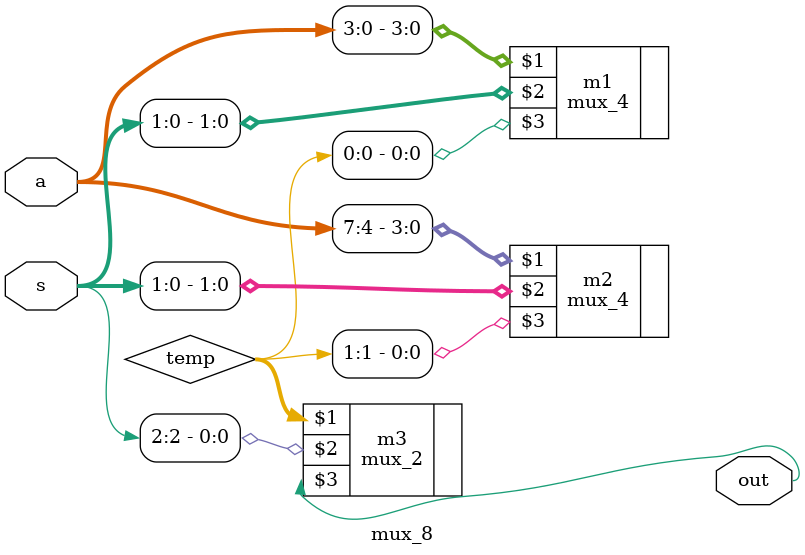
<source format=v>

module mux_8(
    input [7:0] a,
    input [2:0] s,
    output out
    );
    wire [1:0] temp;
    mux_4 m1(a[3:0],s[1:0],temp[0]);
	mux_4 m2(a[7:4],s[1:0],temp[1]);
    mux_2 m3(temp,s[2],out);
endmodule
</source>
